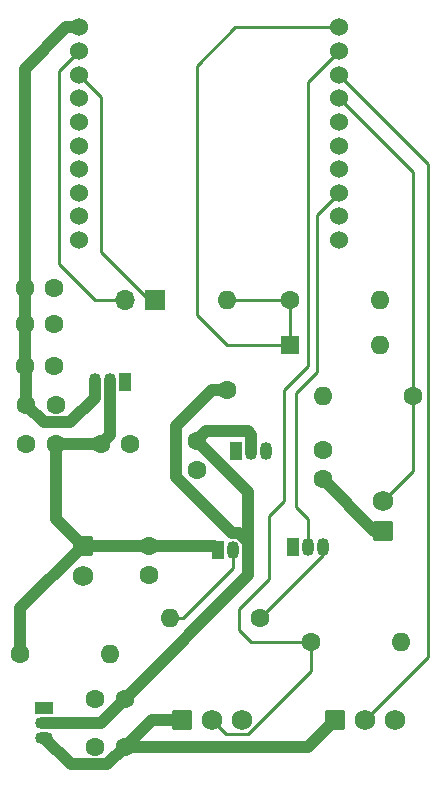
<source format=gbr>
%TF.GenerationSoftware,KiCad,Pcbnew,6.0.9-8da3e8f707~117~ubuntu20.04.1*%
%TF.CreationDate,2022-12-24T01:50:11+01:00*%
%TF.ProjectId,garden-reporter-board,67617264-656e-42d7-9265-706f72746572,2.1*%
%TF.SameCoordinates,Original*%
%TF.FileFunction,Copper,L1,Top*%
%TF.FilePolarity,Positive*%
%FSLAX46Y46*%
G04 Gerber Fmt 4.6, Leading zero omitted, Abs format (unit mm)*
G04 Created by KiCad (PCBNEW 6.0.9-8da3e8f707~117~ubuntu20.04.1) date 2022-12-24 01:50:11*
%MOMM*%
%LPD*%
G01*
G04 APERTURE LIST*
G04 Aperture macros list*
%AMRoundRect*
0 Rectangle with rounded corners*
0 $1 Rounding radius*
0 $2 $3 $4 $5 $6 $7 $8 $9 X,Y pos of 4 corners*
0 Add a 4 corners polygon primitive as box body*
4,1,4,$2,$3,$4,$5,$6,$7,$8,$9,$2,$3,0*
0 Add four circle primitives for the rounded corners*
1,1,$1+$1,$2,$3*
1,1,$1+$1,$4,$5*
1,1,$1+$1,$6,$7*
1,1,$1+$1,$8,$9*
0 Add four rect primitives between the rounded corners*
20,1,$1+$1,$2,$3,$4,$5,0*
20,1,$1+$1,$4,$5,$6,$7,0*
20,1,$1+$1,$6,$7,$8,$9,0*
20,1,$1+$1,$8,$9,$2,$3,0*%
G04 Aperture macros list end*
%TA.AperFunction,ComponentPad*%
%ADD10C,1.524000*%
%TD*%
%TA.AperFunction,ComponentPad*%
%ADD11RoundRect,0.250000X-0.620000X-0.620000X0.620000X-0.620000X0.620000X0.620000X-0.620000X0.620000X0*%
%TD*%
%TA.AperFunction,ComponentPad*%
%ADD12C,1.740000*%
%TD*%
%TA.AperFunction,ComponentPad*%
%ADD13R,1.050000X1.500000*%
%TD*%
%TA.AperFunction,ComponentPad*%
%ADD14O,1.050000X1.500000*%
%TD*%
%TA.AperFunction,ComponentPad*%
%ADD15R,1.600000X1.600000*%
%TD*%
%TA.AperFunction,ComponentPad*%
%ADD16O,1.600000X1.600000*%
%TD*%
%TA.AperFunction,ComponentPad*%
%ADD17C,1.600000*%
%TD*%
%TA.AperFunction,ComponentPad*%
%ADD18RoundRect,0.250000X-0.620000X0.620000X-0.620000X-0.620000X0.620000X-0.620000X0.620000X0.620000X0*%
%TD*%
%TA.AperFunction,ComponentPad*%
%ADD19R,1.500000X1.050000*%
%TD*%
%TA.AperFunction,ComponentPad*%
%ADD20O,1.500000X1.050000*%
%TD*%
%TA.AperFunction,ComponentPad*%
%ADD21R,1.700000X1.700000*%
%TD*%
%TA.AperFunction,ComponentPad*%
%ADD22O,1.700000X1.700000*%
%TD*%
%TA.AperFunction,ComponentPad*%
%ADD23RoundRect,0.250000X0.620000X-0.620000X0.620000X0.620000X-0.620000X0.620000X-0.620000X-0.620000X0*%
%TD*%
%TA.AperFunction,Conductor*%
%ADD24C,1.000000*%
%TD*%
%TA.AperFunction,Conductor*%
%ADD25C,0.250000*%
%TD*%
G04 APERTURE END LIST*
D10*
%TO.P,JP1,1,VDD*%
%TO.N,+3.3V*%
X142671800Y-63065660D03*
%TO.P,JP1,2,DOUT*%
%TO.N,Net-(J2-Pad2)*%
X142671800Y-65067180D03*
%TO.P,JP1,3,DIN*%
%TO.N,Net-(J2-Pad1)*%
X142671800Y-67066160D03*
%TO.P,JP1,4,DIO12*%
%TO.N,unconnected-(JP1-Pad4)*%
X142671800Y-69067680D03*
%TO.P,JP1,5,RESET*%
%TO.N,unconnected-(JP1-Pad5)*%
X142671800Y-71066660D03*
%TO.P,JP1,6,RSSI*%
%TO.N,unconnected-(JP1-Pad6)*%
X142671800Y-73065640D03*
%TO.P,JP1,7,DIO11*%
%TO.N,unconnected-(JP1-Pad7)*%
X142671800Y-75067160D03*
%TO.P,JP1,8,RES*%
%TO.N,unconnected-(JP1-Pad8)*%
X142671800Y-77066140D03*
%TO.P,JP1,9,DTR*%
%TO.N,unconnected-(JP1-Pad9)*%
X142671800Y-79067660D03*
%TO.P,JP1,10,GND*%
%TO.N,-BATT*%
X142671800Y-81066640D03*
%TO.P,JP1,11,DIO4*%
%TO.N,unconnected-(JP1-Pad11)*%
X164668200Y-81066640D03*
%TO.P,JP1,12,CTS*%
%TO.N,unconnected-(JP1-Pad12)*%
X164668200Y-79067660D03*
%TO.P,JP1,13,DIO9*%
%TO.N,/xbee_ON*%
X164668200Y-77066140D03*
%TO.P,JP1,14,RES*%
%TO.N,unconnected-(JP1-Pad14)*%
X164668200Y-75067160D03*
%TO.P,JP1,15,DIO5*%
%TO.N,unconnected-(JP1-Pad15)*%
X164668200Y-73065640D03*
%TO.P,JP1,16,RTS*%
%TO.N,unconnected-(JP1-Pad16)*%
X164668200Y-71066660D03*
%TO.P,JP1,17,DIO3*%
%TO.N,/sensor_light*%
X164668200Y-69067680D03*
%TO.P,JP1,18,DIO2*%
%TO.N,/sensor_temp*%
X164668200Y-67066160D03*
%TO.P,JP1,19,DIO1*%
%TO.N,/sensor_soil*%
X164668200Y-65067180D03*
%TO.P,JP1,20,DIO0*%
%TO.N,/sensor_batt*%
X164668200Y-63065660D03*
%TD*%
D11*
%TO.P,J3,1,Pin_1*%
%TO.N,+3.3VADC*%
X151384000Y-121666000D03*
D12*
%TO.P,J3,2,Pin_2*%
%TO.N,/sensor_soil*%
X153924000Y-121666000D03*
%TO.P,J3,3,Pin_3*%
%TO.N,-BATT*%
X156464000Y-121666000D03*
%TD*%
D13*
%TO.P,U1,1,GND*%
%TO.N,-BATT*%
X146558000Y-93112000D03*
D14*
%TO.P,U1,2,VI*%
%TO.N,+BATT*%
X145288000Y-93112000D03*
%TO.P,U1,3,VO*%
%TO.N,+3.3V*%
X144018000Y-93112000D03*
%TD*%
D13*
%TO.P,Q1,1,S*%
%TO.N,-BATT*%
X160782000Y-107040000D03*
D14*
%TO.P,Q1,2,G*%
%TO.N,/xbee_ON*%
X162052000Y-107040000D03*
%TO.P,Q1,3,D*%
%TO.N,Net-(Q1-Pad3)*%
X163322000Y-107040000D03*
%TD*%
D15*
%TO.P,D2,1,K*%
%TO.N,/sensor_batt*%
X160528000Y-89916000D03*
D16*
%TO.P,D2,2,A*%
%TO.N,-BATT*%
X168148000Y-89916000D03*
%TD*%
D17*
%TO.P,C1,1*%
%TO.N,+BATT*%
X144526000Y-98298000D03*
%TO.P,C1,2*%
%TO.N,-BATT*%
X147026000Y-98298000D03*
%TD*%
%TO.P,R2,1*%
%TO.N,/sensor_batt*%
X160528000Y-86106000D03*
D16*
%TO.P,R2,2*%
%TO.N,-BATT*%
X168148000Y-86106000D03*
%TD*%
D17*
%TO.P,R5,1*%
%TO.N,/sensor_light*%
X170942000Y-94234000D03*
D16*
%TO.P,R5,2*%
%TO.N,-BATT*%
X163322000Y-94234000D03*
%TD*%
D11*
%TO.P,J4,1,Pin_1*%
%TO.N,+3.3VADC*%
X164338000Y-121666000D03*
D12*
%TO.P,J4,2,Pin_2*%
%TO.N,/sensor_temp*%
X166878000Y-121666000D03*
%TO.P,J4,3,Pin_3*%
%TO.N,-BATT*%
X169418000Y-121666000D03*
%TD*%
D18*
%TO.P,J1,1,Pin_1*%
%TO.N,+BATT*%
X142990000Y-106934000D03*
D12*
%TO.P,J1,2,Pin_2*%
%TO.N,-BATT*%
X142990000Y-109474000D03*
%TD*%
D19*
%TO.P,U2,1,GND*%
%TO.N,-BATT*%
X139700000Y-120650000D03*
D20*
%TO.P,U2,2,VI*%
%TO.N,VDD*%
X139700000Y-121920000D03*
%TO.P,U2,3,VO*%
%TO.N,+3.3VADC*%
X139700000Y-123190000D03*
%TD*%
D17*
%TO.P,R4,1*%
%TO.N,/sensor_soil*%
X162306000Y-115062000D03*
D16*
%TO.P,R4,2*%
%TO.N,-BATT*%
X169926000Y-115062000D03*
%TD*%
D17*
%TO.P,C3,1*%
%TO.N,+3.3V*%
X138069000Y-91694000D03*
%TO.P,C3,2*%
%TO.N,-BATT*%
X140569000Y-91694000D03*
%TD*%
%TO.P,R1,1*%
%TO.N,VDD*%
X155194000Y-93726000D03*
D16*
%TO.P,R1,2*%
%TO.N,/sensor_batt*%
X155194000Y-86106000D03*
%TD*%
D17*
%TO.P,C7,1*%
%TO.N,+3.3VADC*%
X146558000Y-123952000D03*
%TO.P,C7,2*%
%TO.N,-BATT*%
X144058000Y-123952000D03*
%TD*%
D13*
%TO.P,Q2,1,S*%
%TO.N,+BATT*%
X154432000Y-107294000D03*
D14*
%TO.P,Q2,2,G*%
%TO.N,Net-(Q2-Pad2)*%
X155702000Y-107294000D03*
%TO.P,Q2,3,D*%
%TO.N,VDD*%
X156972000Y-107294000D03*
%TD*%
D17*
%TO.P,C8,1*%
%TO.N,VDD*%
X152654000Y-98064000D03*
%TO.P,C8,2*%
%TO.N,-BATT*%
X152654000Y-100564000D03*
%TD*%
D13*
%TO.P,U3,1,GND*%
%TO.N,-BATT*%
X155956000Y-98952000D03*
D14*
%TO.P,U3,2,VI*%
%TO.N,VDD*%
X157226000Y-98952000D03*
%TO.P,U3,3,VO*%
%TO.N,+1V2*%
X158496000Y-98952000D03*
%TD*%
D17*
%TO.P,R3,1*%
%TO.N,Net-(Q1-Pad3)*%
X157988000Y-113030000D03*
D16*
%TO.P,R3,2*%
%TO.N,Net-(Q2-Pad2)*%
X150368000Y-113030000D03*
%TD*%
D17*
%TO.P,R6,1*%
%TO.N,+BATT*%
X137668000Y-116078000D03*
D16*
%TO.P,R6,2*%
%TO.N,Net-(Q1-Pad3)*%
X145288000Y-116078000D03*
%TD*%
D17*
%TO.P,C4,1*%
%TO.N,+3.3V*%
X138069000Y-85090000D03*
%TO.P,C4,2*%
%TO.N,-BATT*%
X140569000Y-85090000D03*
%TD*%
%TO.P,C6,1*%
%TO.N,VDD*%
X146538000Y-119888000D03*
%TO.P,C6,2*%
%TO.N,-BATT*%
X144038000Y-119888000D03*
%TD*%
%TO.P,C9,1*%
%TO.N,+1V2*%
X163322000Y-101326000D03*
%TO.P,C9,2*%
%TO.N,-BATT*%
X163322000Y-98826000D03*
%TD*%
D21*
%TO.P,J2,1,Pin_1*%
%TO.N,Net-(J2-Pad1)*%
X149103000Y-86106000D03*
D22*
%TO.P,J2,2,Pin_2*%
%TO.N,Net-(J2-Pad2)*%
X146563000Y-86106000D03*
%TD*%
D17*
%TO.P,C5,1*%
%TO.N,+3.3V*%
X138069000Y-88138000D03*
%TO.P,C5,2*%
%TO.N,-BATT*%
X140569000Y-88138000D03*
%TD*%
%TO.P,C11,1*%
%TO.N,+BATT*%
X148578000Y-106954000D03*
%TO.P,C11,2*%
%TO.N,-BATT*%
X148578000Y-109454000D03*
%TD*%
%TO.P,C2,1*%
%TO.N,+3.3V*%
X138196000Y-94996000D03*
%TO.P,C2,2*%
%TO.N,-BATT*%
X140696000Y-94996000D03*
%TD*%
%TO.P,C10,1*%
%TO.N,+BATT*%
X140716000Y-98298000D03*
%TO.P,C10,2*%
%TO.N,-BATT*%
X138216000Y-98298000D03*
%TD*%
D23*
%TO.P,J5,1,Pin_1*%
%TO.N,+1V2*%
X168402000Y-105664000D03*
D12*
%TO.P,J5,2,Pin_2*%
%TO.N,/sensor_light*%
X168402000Y-103124000D03*
%TD*%
D24*
%TO.N,+BATT*%
X137668000Y-112256000D02*
X137668000Y-116078000D01*
X144526000Y-98298000D02*
X145288000Y-97536000D01*
X140716000Y-98298000D02*
X144526000Y-98298000D01*
X142990000Y-106934000D02*
X137668000Y-112256000D01*
X142990000Y-106934000D02*
X148558000Y-106934000D01*
X145288000Y-97536000D02*
X145288000Y-93112000D01*
X154092000Y-106954000D02*
X154432000Y-107294000D01*
X148578000Y-106954000D02*
X154092000Y-106954000D01*
X140716000Y-98298000D02*
X140716000Y-104660000D01*
X140716000Y-104660000D02*
X142990000Y-106934000D01*
X148558000Y-106934000D02*
X148578000Y-106954000D01*
%TO.N,+3.3V*%
X138196000Y-91821000D02*
X138069000Y-91694000D01*
X144018000Y-93112000D02*
X144018000Y-94412000D01*
X141934000Y-96496000D02*
X139696000Y-96496000D01*
X144018000Y-94412000D02*
X141934000Y-96496000D01*
X138069000Y-85090000D02*
X138069000Y-66590830D01*
X138069000Y-88138000D02*
X138069000Y-85090000D01*
X138069000Y-91694000D02*
X138069000Y-88138000D01*
X138069000Y-66590830D02*
X141594170Y-63065660D01*
X138196000Y-94996000D02*
X138196000Y-91821000D01*
X141594170Y-63065660D02*
X142671800Y-63065660D01*
X139696000Y-96496000D02*
X138196000Y-94996000D01*
%TO.N,+3.3VADC*%
X141962000Y-125452000D02*
X139700000Y-123190000D01*
X146558000Y-123952000D02*
X145058000Y-125452000D01*
X151384000Y-121666000D02*
X148844000Y-121666000D01*
X145058000Y-125452000D02*
X141962000Y-125452000D01*
X146558000Y-123952000D02*
X162052000Y-123952000D01*
X148844000Y-121666000D02*
X146558000Y-123952000D01*
X162052000Y-123952000D02*
X164338000Y-121666000D01*
D25*
%TO.N,/sensor_batt*%
X155194000Y-89916000D02*
X152654000Y-87376000D01*
X160528000Y-89916000D02*
X155194000Y-89916000D01*
X155194000Y-86106000D02*
X160528000Y-86106000D01*
X152654000Y-66294000D02*
X155882340Y-63065660D01*
X160528000Y-86106000D02*
X160528000Y-89916000D01*
X152654000Y-87376000D02*
X152654000Y-66294000D01*
X155882340Y-63065660D02*
X164668200Y-63065660D01*
%TO.N,Net-(J2-Pad1)*%
X142671800Y-67066160D02*
X144526000Y-68920360D01*
X144526000Y-68920360D02*
X144526000Y-82042000D01*
X144526000Y-82042000D02*
X148590000Y-86106000D01*
X148590000Y-86106000D02*
X149103000Y-86106000D01*
%TO.N,Net-(J2-Pad2)*%
X144018000Y-86106000D02*
X140970000Y-83058000D01*
X140970000Y-83058000D02*
X140970000Y-66768980D01*
X140970000Y-66768980D02*
X142671800Y-65067180D01*
X146563000Y-86106000D02*
X144018000Y-86106000D01*
%TO.N,/sensor_soil*%
X162306000Y-117513986D02*
X156958986Y-122861000D01*
X160020000Y-93726000D02*
X160020000Y-103124000D01*
X162306000Y-115062000D02*
X162306000Y-117513986D01*
X158750000Y-104394000D02*
X158750000Y-109728000D01*
X155119000Y-122861000D02*
X153924000Y-121666000D01*
X157226000Y-115062000D02*
X162306000Y-115062000D01*
X156210000Y-114046000D02*
X157226000Y-115062000D01*
X156958986Y-122861000D02*
X155119000Y-122861000D01*
X160020000Y-103124000D02*
X158750000Y-104394000D01*
X164668200Y-65067180D02*
X162052000Y-67683380D01*
X162052000Y-67683380D02*
X162052000Y-91694000D01*
X156210000Y-112268000D02*
X156210000Y-114046000D01*
X162052000Y-91694000D02*
X160020000Y-93726000D01*
X158750000Y-109728000D02*
X156210000Y-112268000D01*
%TO.N,/sensor_temp*%
X172212000Y-116332000D02*
X172212000Y-74609960D01*
X166878000Y-121666000D02*
X172212000Y-116332000D01*
X172212000Y-74609960D02*
X164668200Y-67066160D01*
%TO.N,/sensor_light*%
X170942000Y-94234000D02*
X170942000Y-100584000D01*
X170942000Y-100584000D02*
X168402000Y-103124000D01*
X170942000Y-94234000D02*
X170942000Y-75341480D01*
X170942000Y-75341480D02*
X164668200Y-69067680D01*
%TO.N,/xbee_ON*%
X161036000Y-103632000D02*
X162052000Y-104648000D01*
X162814000Y-92202000D02*
X161036000Y-93980000D01*
X161036000Y-93980000D02*
X161036000Y-103632000D01*
X164668200Y-77066140D02*
X162814000Y-78920340D01*
X162052000Y-104648000D02*
X162052000Y-107040000D01*
X162814000Y-78920340D02*
X162814000Y-92202000D01*
D24*
%TO.N,+1V2*%
X167660000Y-105664000D02*
X163322000Y-101326000D01*
X168402000Y-105664000D02*
X167660000Y-105664000D01*
%TO.N,VDD*%
X144506000Y-121920000D02*
X139700000Y-121920000D01*
X152654000Y-98064000D02*
X153453999Y-97264001D01*
X156943001Y-97264001D02*
X157226000Y-97547000D01*
X156972000Y-106606588D02*
X156972000Y-107294000D01*
X153453999Y-97264001D02*
X156943001Y-97264001D01*
X156209412Y-105844000D02*
X156972000Y-106606588D01*
X155628000Y-105844000D02*
X156209412Y-105844000D01*
X150876000Y-96774000D02*
X150876000Y-101092000D01*
X156972000Y-102382000D02*
X152654000Y-98064000D01*
X150876000Y-101092000D02*
X155628000Y-105844000D01*
X156972000Y-109454000D02*
X146538000Y-119888000D01*
X153924000Y-93726000D02*
X150876000Y-96774000D01*
X155194000Y-93726000D02*
X153924000Y-93726000D01*
X157226000Y-97547000D02*
X157226000Y-98952000D01*
X146538000Y-119888000D02*
X144506000Y-121920000D01*
X156972000Y-107294000D02*
X156972000Y-102382000D01*
X156972000Y-107294000D02*
X156972000Y-109454000D01*
D25*
%TO.N,Net-(Q1-Pad3)*%
X163322000Y-107696000D02*
X163322000Y-107040000D01*
X157988000Y-113030000D02*
X163322000Y-107696000D01*
%TO.N,Net-(Q2-Pad2)*%
X150368000Y-113030000D02*
X151499370Y-113030000D01*
X155702000Y-108827370D02*
X155702000Y-107294000D01*
X151499370Y-113030000D02*
X155702000Y-108827370D01*
%TD*%
M02*

</source>
